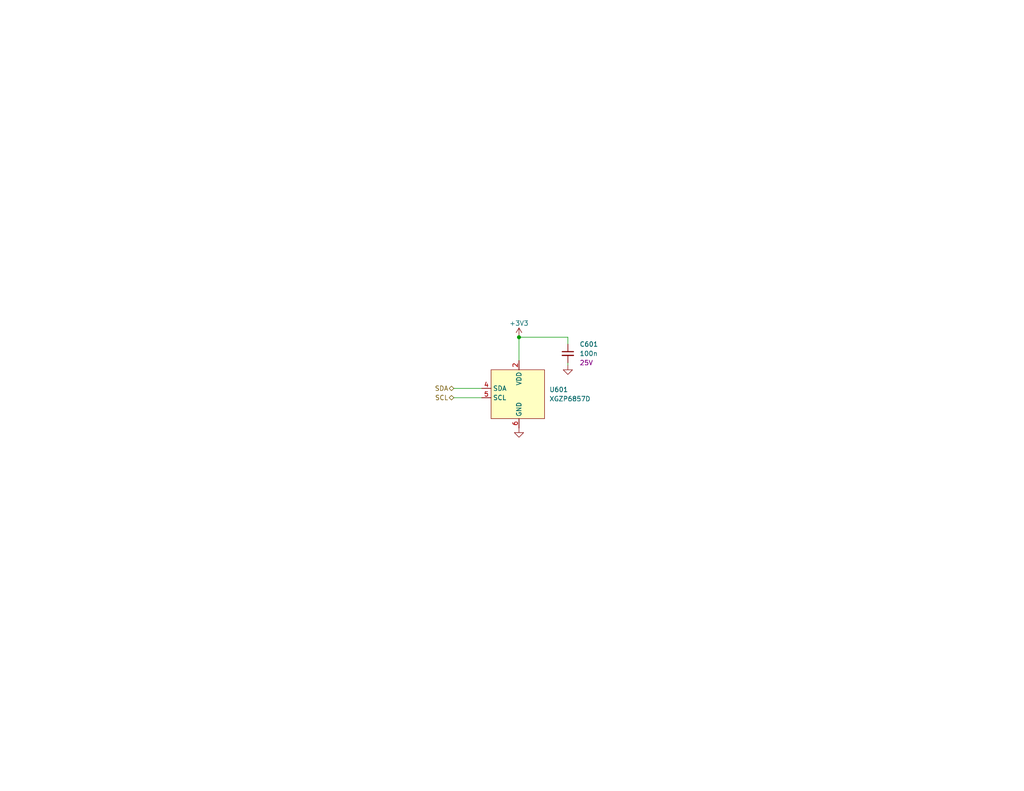
<source format=kicad_sch>
(kicad_sch (version 20211123) (generator eeschema)
  (paper "USLetter")
  (title_block (title "Starfish") (date "2022-12-06") (rev "v1") (company "Winterbloom") (comment 1 "Alethea Flowers") (comment 2 "CERN-OHL-S V2"))
  (lib_symbols
    (symbol "Device:C_Small" (pin_numbers hide) (pin_names (offset 0.254) hide)
      (property "Reference" "C" (at 0.254 1.778 0))
      (property "Value" "C_Small" (at 0.254 -2.032 0))
      (symbol "C_Small_0_1"
        (polyline (pts (xy -1.524 -0.508) (xy 1.524 -0.508)) (stroke (width 0.3302)))
        (polyline (pts (xy -1.524 0.508) (xy 1.524 0.508)) (stroke (width 0.3048)))
      )
      (symbol "C_Small_1_1"
        (pin passive line (at 0 2.54 270) (length 2.032) (name "~") (number "1"))
        (pin passive line (at 0 -2.54 90) (length 2.032) (name "~") (number "2"))
      )
    )
    (symbol "power:+3V3" (power) (pin_names (offset 0))
      (property "Value" "+3V3" (at 0 3.556 0))
      (symbol "+3V3_0_1"
        (polyline (pts (xy -0.762 1.27) (xy 0 2.54)))
        (polyline (pts (xy 0 0) (xy 0 2.54)))
        (polyline (pts (xy 0 2.54) (xy 0.762 1.27)))
      )
      (symbol "+3V3_1_1"
        (pin power_in line (at 0 0 90) (length 0) hide (name "+3V3") (number "1"))
      )
    )
    (symbol "power:GND" (power) (pin_names (offset 0))
      (property "Value" "GND" (at 0 -3.81 0))
      (symbol "GND_0_1"
        (polyline (pts (xy 0 0) (xy 0 -1.27) (xy 1.27 -1.27) (xy 0 -2.54) (xy -1.27 -1.27) (xy 0 -1.27)))
      )
      (symbol "GND_1_1"
        (pin power_in line (at 0 0 270) (length 0) hide (name "GND") (number "1"))
      )
    )
    (symbol "winterbloom:XGZP6857D"
      (property "Reference" "U?" (at 2.54 9.525 0))
      (property "Value" "XGZP6857D" (at 6.985 7.62 0))
      (symbol "XGZP6857D_0_1"
        (rectangle (start -7.62 6.35) (end 6.985 -6.985) (fill (type background)))
      )
      (symbol "XGZP6857D_1_1"
        (pin no_connect line (at 0 0 0) (length 2.54) hide (name "NC") (number "1"))
        (pin power_in line (at 0 8.89 270) (length 2.54) (name "VDD") (number "2"))
        (pin no_connect line (at 0 -0.635 0) (length 2.54) hide (name "NC") (number "3"))
        (pin bidirectional line (at -10.16 1.27 0) (length 2.54) (name "SDA") (number "4"))
        (pin bidirectional line (at -10.16 -1.27 0) (length 2.54) (name "SCL") (number "5"))
        (pin power_in line (at 0 -9.525 90) (length 2.54) (name "GND") (number "6"))
      )
    )
  )
  (junction (at 141.605 92.075))
  (wire (pts (xy 141.605 92.075) (xy 154.94 92.075)))
  (wire (pts (xy 141.605 92.075) (xy 141.605 98.425)))
  (wire (pts (xy 154.94 92.075) (xy 154.94 93.98)))
  (wire (pts (xy 123.825 108.585) (xy 131.445 108.585)))
  (wire (pts (xy 123.825 106.045) (xy 131.445 106.045)))
  (wire (pts (xy 154.94 99.695) (xy 154.94 99.06)))
  (hierarchical_label "SDA" (shape bidirectional) (at 123.825 106.045 180))
  (hierarchical_label "SCL" (shape bidirectional) (at 123.825 108.585 180))
  (symbol (lib_id "power:GND") (at 141.605 116.84 0) (unit 1)
    (property "Reference" "#PWR0602" (effects hide))
    (property "Value" "GND" (effects hide))
  )
  (symbol (lib_id "power:GND") (at 154.94 99.695 0) (unit 1)
    (property "Reference" "#PWR0603" (effects hide))
    (property "Value" "GND" (effects hide))
  )
  (symbol (lib_id "Device:C_Small") (at 154.94 96.52 0) (unit 1)
    (property "Reference" "C601" (at 158.115 93.9862 0) (effects (justify left)))
    (property "Value" "100n" (at 158.115 96.5262 0) (effects (justify left)))
    (property "Footprint" "winterbloom:C_0402_HandSolder" (effects hide))
    (property "Rating" "25V" (at 158.115 99.0662 0) (effects (justify left)))
    (property "mpn" "CL05A104KA5NNNC" (effects hide))
  )
  (symbol (lib_id "winterbloom:XGZP6857D") (at 141.605 107.315 0) (unit 1)
    (property "Reference" "U601" (at 149.86 106.3624 0) (effects (justify left)))
    (property "Value" "XGZP6857D" (at 149.86 108.9024 0) (effects (justify left)))
    (property "Footprint" "winterbloom:XGZP6857D" (effects hide))
    (property "Datasheet" "https://www.cfsensor.com/static/upload/file/20220412/XGZP6857D%20Pressure%20Sensor%20Module%20V2.4.pdf" (effects hide))
    (property "mpn" "XGZP6857D" (effects hide))
  )
  (symbol (lib_id "power:+3V3") (at 141.605 92.075 0) (unit 1)
    (property "Reference" "#PWR0601" (effects hide))
    (property "Value" "+3V3" (at 141.605 88.265 0))
  )
)
</source>
